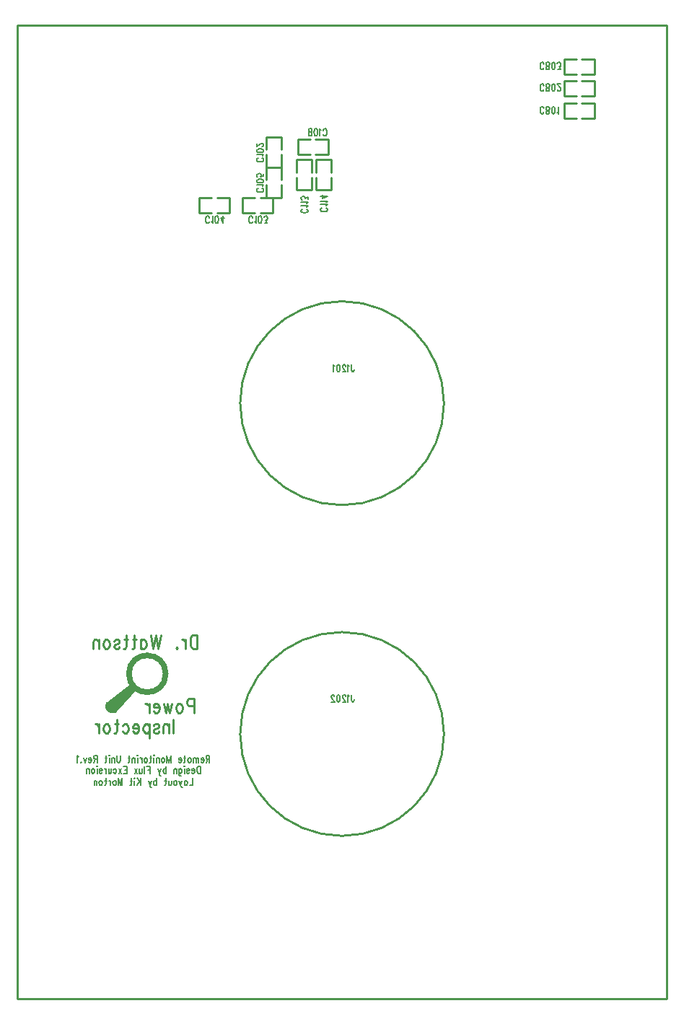
<source format=gbo>
*
*
G04 PADS 9.3.1 Build Number: 456998 generated Gerber (RS-274-X) file*
G04 PC Version=2.1*
*
%IN "remoteMonitor.pcb"*%
*
%MOIN*%
*
%FSLAX35Y35*%
*
*
*
*
G04 PC Standard Apertures*
*
*
G04 Thermal Relief Aperture macro.*
%AMTER*
1,1,$1,0,0*
1,0,$1-$2,0,0*
21,0,$3,$4,0,0,45*
21,0,$3,$4,0,0,135*
%
*
*
G04 Annular Aperture macro.*
%AMANN*
1,1,$1,0,0*
1,0,$2,0,0*
%
*
*
G04 Odd Aperture macro.*
%AMODD*
1,1,$1,0,0*
1,0,$1-0.005,0,0*
%
*
*
G04 PC Custom Aperture Macros*
*
*
*
*
*
*
G04 PC Aperture Table*
*
%ADD010C,0.001*%
%ADD019C,0.01*%
%ADD021C,0.025*%
%ADD022C,0.005*%
%ADD080C,0.03*%
*
*
*
*
G04 PC Circuitry*
G04 Layer Name remoteMonitor.pcb - circuitry*
%LPD*%
*
*
G04 PC Custom Flashes*
G04 Layer Name remoteMonitor.pcb - flashes*
%LPD*%
*
*
G04 PC Circuitry*
G04 Layer Name remoteMonitor.pcb - circuitry*
%LPD*%
*
G54D10*
G54D19*
G01X215000Y478200D02*
Y484000D01*
X222000*
Y478200*
X215000Y475800D02*
Y470000D01*
X222000*
Y475800*
X235300Y490000D02*
X229500D01*
Y497000*
X235300*
X237700Y490000D02*
X243500D01*
Y497000*
X237700*
X222000Y489800D02*
Y484000D01*
X215000*
Y489800*
X222000Y492200D02*
Y498000D01*
X215000*
Y492200*
X209800Y463000D02*
X204000D01*
Y470000*
X209800*
X212200Y463000D02*
X218000D01*
Y470000*
X212200*
X189800Y463000D02*
X184000D01*
Y470000*
X189800*
X192200Y463000D02*
X198000D01*
Y470000*
X192200*
X236000Y479300D02*
Y473500D01*
X229000*
Y479300*
X236000Y481700D02*
Y487500D01*
X229000*
Y481700*
X238000D02*
Y487500D01*
X245000*
Y481700*
X238000Y479300D02*
Y473500D01*
X245000*
Y479300*
X297074Y375000D02*
G75*
G03X297074I-47074J0D01*
G01Y222200D02*
G03X297074I-47074J0D01*
G01X360700Y513500D02*
X366500D01*
Y506500*
X360700*
X358300Y513500D02*
X352500D01*
Y506500*
X358300*
X360700Y524000D02*
X366500D01*
Y517000*
X360700*
X358300Y524000D02*
X352500D01*
Y517000*
X358300*
X360700Y534000D02*
X366500D01*
Y527000*
X360700*
X358300Y534000D02*
X352500D01*
Y527000*
X358300*
X100000Y100000D02*
X400000D01*
Y549500*
X100000*
Y100000*
X155000Y243500D02*
X145000Y232500D01*
X141500Y236499D02*
G03X145001Y232500I2286J-1530D01*
G01X141500Y236500D02*
X153500Y246000D01*
X154000Y243500D02*
X144750Y233209D01*
X142136Y236224D02*
G03X144748Y233208I1710J-1158D01*
G01X142135Y236222D02*
X153385Y245013D01*
X153720Y244251D02*
X144500Y234000D01*
X142808Y235994D02*
G03X144499Y234000I1113J-771D01*
G01X142807Y235993D02*
X153193Y245007D01*
X172000Y229063D02*
Y222500D01*
X169955Y226875D02*
Y222500D01*
Y225625D02*
X169273Y226563D01*
X169273D02*
X168818Y226875D01*
X168136*
X167682Y226563*
X167682D02*
X167455Y225625D01*
Y222500*
X162909Y225938D02*
X163136Y226563D01*
X163136D02*
X163818Y226875D01*
X164500*
X165182Y226563*
X165182D02*
X165409Y225938D01*
X165409D02*
X165182Y225313D01*
X165182D02*
X164727Y225000D01*
X163591Y224688*
X163591D02*
X163136Y224375D01*
X162909Y223750*
Y223438*
X162909D02*
X163136Y222813D01*
X163136D02*
X163818Y222500D01*
X164500*
X165182Y222813*
X165182D02*
X165409Y223438D01*
X160864Y226875D02*
Y220312D01*
Y225938D02*
X160409Y226563D01*
X160409D02*
X159955Y226875D01*
X159273*
X158818Y226563*
X158818D02*
X158364Y225938D01*
X158364D02*
X158136Y225000D01*
Y224375*
X158364Y223438*
X158364D02*
X158818Y222813D01*
X158818D02*
X159273Y222500D01*
X159955*
X160409Y222813*
X160409D02*
X160864Y223438D01*
X156091Y225000D02*
X153364D01*
Y225625*
X153591Y226250*
X153818Y226563*
X153818D02*
X154273Y226875D01*
X154955*
X155409Y226563*
X155409D02*
X155864Y225938D01*
X155864D02*
X156091Y225000D01*
Y224375*
X155864Y223438*
X155864D02*
X155409Y222813D01*
X155409D02*
X154955Y222500D01*
X154273*
X153818Y222813*
X153818D02*
X153364Y223438D01*
X148591Y225938D02*
X149045Y226563D01*
X149045D02*
X149500Y226875D01*
X150182*
X150636Y226563*
X150636D02*
X151091Y225938D01*
X151091D02*
X151318Y225000D01*
Y224375*
X151091Y223438*
X151091D02*
X150636Y222813D01*
X150636D02*
X150182Y222500D01*
X149500*
X149045Y222813*
X149045D02*
X148591Y223438D01*
X145864Y229063D02*
Y223750D01*
X145636Y222813*
X145636D02*
X145182Y222500D01*
X144727*
X146545Y226875D02*
X144955D01*
X141545D02*
X142000Y226563D01*
X142000D02*
X142455Y225938D01*
X142455D02*
X142682Y225000D01*
Y224375*
X142455Y223438*
X142455D02*
X142000Y222813D01*
X142000D02*
X141545Y222500D01*
X140864*
X140409Y222813*
X140409D02*
X139955Y223438D01*
X139955D02*
X139727Y224375D01*
Y225000*
X139955Y225938*
X139955D02*
X140409Y226563D01*
X140409D02*
X140864Y226875D01*
X141545*
X137682D02*
Y222500D01*
Y225000D02*
X137455Y225938D01*
X137455D02*
X137000Y226563D01*
X137000D02*
X136545Y226875D01*
X135864*
X181500Y238563D02*
Y232000D01*
Y238563D02*
X179455D01*
X179455D02*
X178773Y238250D01*
X178545Y237938*
X178545D02*
X178318Y237313D01*
X178318D02*
Y236375D01*
X178545Y235750*
X178773Y235438*
X178773D02*
X179455Y235125D01*
X181500*
X175136Y236375D02*
X175591Y236063D01*
X175591D02*
X176045Y235438D01*
X176045D02*
X176273Y234500D01*
Y233875*
X176045Y232938*
X176045D02*
X175591Y232313D01*
X175591D02*
X175136Y232000D01*
X174455*
X174000Y232313*
X174000D02*
X173545Y232938D01*
X173545D02*
X173318Y233875D01*
Y234500*
X173545Y235438*
X173545D02*
X174000Y236063D01*
X174000D02*
X174455Y236375D01*
X175136*
X171273D02*
X170364Y232000D01*
X169455Y236375D02*
X170364Y232000D01*
X169455Y236375D02*
X168545Y232000D01*
X167636Y236375D02*
X168545Y232000D01*
X165591Y234500D02*
X162864D01*
Y235125*
X163091Y235750*
X163318Y236063*
X163318D02*
X163773Y236375D01*
X164455*
X164909Y236063*
X164909D02*
X165364Y235438D01*
X165364D02*
X165591Y234500D01*
Y233875*
X165364Y232938*
X165364D02*
X164909Y232313D01*
X164909D02*
X164455Y232000D01*
X163773*
X163318Y232313*
X163318D02*
X162864Y232938D01*
X160818Y236375D02*
Y232000D01*
Y234500D02*
X160591Y235438D01*
X160591D02*
X160136Y236063D01*
X160136D02*
X159682Y236375D01*
X159000*
X183000Y268063D02*
Y261500D01*
Y268063D02*
X181409D01*
X181409D02*
X180727Y267750D01*
X180273Y267125*
X180045Y266500*
X179818Y265563*
X179818D02*
Y264000D01*
X180045Y263063*
X180045D02*
X180273Y262438D01*
X180273D02*
X180727Y261813D01*
X180727D02*
X181409Y261500D01*
X183000*
X177773Y265875D02*
Y261500D01*
Y264000D02*
X177545Y264938D01*
X177545D02*
X177091Y265563D01*
X177091D02*
X176636Y265875D01*
X175955*
X173682Y262125D02*
X173909Y261813D01*
X173909D02*
X173682Y261500D01*
X173455Y261813*
X173455D02*
X173682Y262125D01*
X166182Y268063D02*
X165045Y261500D01*
X163909Y268063D02*
X165045Y261500D01*
X163909Y268063D02*
X162773Y261500D01*
X161636Y268063D02*
X162773Y261500D01*
X156864Y265875D02*
Y261500D01*
Y264938D02*
X157318Y265563D01*
X157318D02*
X157773Y265875D01*
X158455*
X158909Y265563*
X158909D02*
X159364Y264938D01*
X159364D02*
X159591Y264000D01*
Y263375*
X159364Y262438*
X159364D02*
X158909Y261813D01*
X158909D02*
X158455Y261500D01*
X157773*
X157318Y261813*
X157318D02*
X156864Y262438D01*
X154136Y268063D02*
Y262750D01*
X153909Y261813*
X153909D02*
X153455Y261500D01*
X153000*
X154818Y265875D02*
X153227D01*
X150273Y268063D02*
Y262750D01*
X150045Y261813*
X150045D02*
X149591Y261500D01*
X149136*
X150955Y265875D02*
X149364D01*
X144591Y264938D02*
X144818Y265563D01*
X144818D02*
X145500Y265875D01*
X146182*
X146864Y265563*
X146864D02*
X147091Y264938D01*
X147091D02*
X146864Y264313D01*
X146864D02*
X146409Y264000D01*
X145273Y263688*
X145273D02*
X144818Y263375D01*
X144591Y262750*
Y262438*
X144591D02*
X144818Y261813D01*
X144818D02*
X145500Y261500D01*
X146182*
X146864Y261813*
X146864D02*
X147091Y262438D01*
X141409Y265875D02*
X141864Y265563D01*
X141864D02*
X142318Y264938D01*
X142318D02*
X142545Y264000D01*
Y263375*
X142318Y262438*
X142318D02*
X141864Y261813D01*
X141864D02*
X141409Y261500D01*
X140727*
X140273Y261813*
X140273D02*
X139818Y262438D01*
X139818D02*
X139591Y263375D01*
Y264000*
X139818Y264938*
X139818D02*
X140273Y265563D01*
X140273D02*
X140727Y265875D01*
X141409*
X137545D02*
Y261500D01*
Y264625D02*
X136864Y265563D01*
X136864D02*
X136409Y265875D01*
X135727*
X135273Y265563*
X135273D02*
X135045Y264625D01*
Y261500*
G54D21*
X168500Y250000D02*
G03X168500I-8500J0D01*
G54D22*
G01X213000Y474205D02*
X213313Y474091D01*
X213313D02*
X213625Y473864D01*
X213781Y473636*
Y473182*
X213625Y472955*
X213313Y472727*
X213313D02*
X213000Y472614D01*
X212531Y472500*
X211750*
X211281Y472614*
X210969Y472727*
X210656Y472955*
X210500Y473182*
Y473636*
X210656Y473864*
X210969Y474091*
X211281Y474205*
X213156Y475227D02*
X213313Y475455D01*
X213313D02*
X213781Y475795D01*
X210500*
X213781Y477500D02*
X213625Y477159D01*
X213156Y476932*
X212375Y476818*
X211906*
X211125Y476932*
X210656Y477159*
X210500Y477500*
Y477727*
X210656Y478068*
X211125Y478295*
X211906Y478409*
X212375*
X213156Y478295*
X213625Y478068*
X213781Y477727*
Y477500*
Y480909D02*
Y479773D01*
X212375Y479659*
X212531Y479773*
X212688Y480114*
X212688D02*
Y480455D01*
X212688D02*
X212531Y480795D01*
X212219Y481023*
X211750Y481136*
X211438Y481023*
X211438D02*
X210969Y480909D01*
X210656Y480682*
X210500Y480341*
Y480000*
X210656Y479659*
X210813Y479545*
X210813D02*
X211125Y479432D01*
X241295Y501000D02*
X241409Y501312D01*
X241409D02*
X241636Y501625D01*
X241864Y501781*
X242318*
X242545Y501625*
X242773Y501312*
X242773D02*
X242886Y501000D01*
X243000Y500531*
Y499750*
X242886Y499281*
X242773Y498969*
X242545Y498656*
X242318Y498500*
X241864*
X241636Y498656*
X241409Y498969*
X241295Y499281*
X240273Y501156D02*
X240045Y501312D01*
X240045D02*
X239705Y501781D01*
Y498500*
X238000Y501781D02*
X238341Y501625D01*
X238568Y501156*
X238682Y500375*
Y499906*
X238568Y499125*
X238341Y498656*
X238000Y498500*
X237773*
X237432Y498656*
X237205Y499125*
X237091Y499906*
Y500375*
X237205Y501156*
X237432Y501625*
X237773Y501781*
X238000*
X235500D02*
X235841Y501625D01*
X235955Y501312*
X235955D02*
Y501000D01*
X235841Y500687*
X235841D02*
X235614Y500531D01*
X235159Y500375*
X234818Y500219*
X234591Y499906*
X234477Y499594*
Y499125*
X234591Y498812*
X234591D02*
X234705Y498656D01*
X235045Y498500*
X235500*
X235841Y498656*
X235955Y498812*
X235955D02*
X236068Y499125D01*
Y499594*
X235955Y499906*
X235727Y500219*
X235386Y500375*
X234932Y500531*
X234705Y500687*
X234705D02*
X234591Y501000D01*
Y501312*
X234591D02*
X234705Y501625D01*
X235045Y501781*
X235500*
X213000Y488205D02*
X213313Y488091D01*
X213313D02*
X213625Y487864D01*
X213781Y487636*
Y487182*
X213625Y486955*
X213313Y486727*
X213313D02*
X213000Y486614D01*
X212531Y486500*
X211750*
X211281Y486614*
X210969Y486727*
X210656Y486955*
X210500Y487182*
Y487636*
X210656Y487864*
X210969Y488091*
X211281Y488205*
X213156Y489227D02*
X213313Y489455D01*
X213313D02*
X213781Y489795D01*
X210500*
X213781Y491500D02*
X213625Y491159D01*
X213156Y490932*
X212375Y490818*
X211906*
X211125Y490932*
X210656Y491159*
X210500Y491500*
Y491727*
X210656Y492068*
X211125Y492295*
X211906Y492409*
X212375*
X213156Y492295*
X213625Y492068*
X213781Y491727*
Y491500*
X213000Y493545D02*
X213156D01*
X213469Y493659*
X213625Y493773*
X213781Y494000*
Y494455*
X213625Y494682*
X213469Y494795*
X213156Y494909*
X212844*
X212531Y494795*
X212063Y494568*
X212063D02*
X210500Y493432D01*
Y495023*
X208705Y459000D02*
X208591Y458688D01*
X208591D02*
X208364Y458375D01*
X208136Y458219*
X207682*
X207455Y458375*
X207227Y458688*
X207227D02*
X207114Y459000D01*
X207000Y459469*
Y460250*
X207114Y460719*
X207227Y461031*
X207455Y461344*
X207682Y461500*
X208136*
X208364Y461344*
X208591Y461031*
X208705Y460719*
X209727Y458844D02*
X209955Y458688D01*
X209955D02*
X210295Y458219D01*
Y461500*
X212000Y458219D02*
X211659Y458375D01*
X211432Y458844*
X211318Y459625*
Y460094*
X211432Y460875*
X211659Y461344*
X212000Y461500*
X212227*
X212568Y461344*
X212795Y460875*
X212909Y460094*
Y459625*
X212795Y458844*
X212568Y458375*
X212227Y458219*
X212000*
X214159D02*
X215409D01*
X214727Y459469*
X215068*
X215295Y459625*
X215409Y459781*
X215523Y460250*
Y460563*
X215523D02*
X215409Y461031D01*
X215182Y461344*
X214841Y461500*
X214500*
X214159Y461344*
X214045Y461188*
X214045D02*
X213932Y460875D01*
X188705Y459000D02*
X188591Y458688D01*
X188591D02*
X188364Y458375D01*
X188136Y458219*
X187682*
X187455Y458375*
X187227Y458688*
X187227D02*
X187114Y459000D01*
X187000Y459469*
Y460250*
X187114Y460719*
X187227Y461031*
X187455Y461344*
X187682Y461500*
X188136*
X188364Y461344*
X188591Y461031*
X188705Y460719*
X189727Y458844D02*
X189955Y458688D01*
X189955D02*
X190295Y458219D01*
Y461500*
X192000Y458219D02*
X191659Y458375D01*
X191432Y458844*
X191318Y459625*
Y460094*
X191432Y460875*
X191659Y461344*
X192000Y461500*
X192227*
X192568Y461344*
X192795Y460875*
X192909Y460094*
Y459625*
X192795Y458844*
X192568Y458375*
X192227Y458219*
X192000*
X195068D02*
X193932Y460406D01*
X195636*
X195068Y458219D02*
Y461500D01*
X233500Y464705D02*
X233813Y464591D01*
X233813D02*
X234125Y464364D01*
X234281Y464136*
Y463682*
X234125Y463455*
X233813Y463227*
X233813D02*
X233500Y463114D01*
X233031Y463000*
X232250*
X231781Y463114*
X231469Y463227*
X231156Y463455*
X231000Y463682*
Y464136*
X231156Y464364*
X231469Y464591*
X231781Y464705*
X233656Y465727D02*
X233813Y465955D01*
X233813D02*
X234281Y466295D01*
X231000*
X233656Y467318D02*
X233813Y467545D01*
X233813D02*
X234281Y467886D01*
X231000*
X234281Y469136D02*
Y470386D01*
X233031Y469705*
Y470045*
X232875Y470273*
X232719Y470386*
X232250Y470500*
X231938*
X231938D02*
X231469Y470386D01*
X231156Y470159*
X231000Y469818*
Y469477*
X231156Y469136*
X231313Y469023*
X231313D02*
X231625Y468909D01*
X242500Y465205D02*
X242813Y465091D01*
X242813D02*
X243125Y464864D01*
X243281Y464636*
Y464182*
X243125Y463955*
X242813Y463727*
X242813D02*
X242500Y463614D01*
X242031Y463500*
X241250*
X240781Y463614*
X240469Y463727*
X240156Y463955*
X240000Y464182*
Y464636*
X240156Y464864*
X240469Y465091*
X240781Y465205*
X242656Y466227D02*
X242813Y466455D01*
X242813D02*
X243281Y466795D01*
X240000*
X242656Y467818D02*
X242813Y468045D01*
X242813D02*
X243281Y468386D01*
X240000*
X243281Y470545D02*
X241094Y469409D01*
Y471114*
X243281Y470545D02*
X240000D01*
X254364Y392781D02*
Y390281D01*
X254477Y389813*
X254477D02*
X254591Y389656D01*
X254818Y389500*
X255045*
X255273Y389656*
X255386Y389813*
X255386D02*
X255500Y390281D01*
Y390594*
X253341Y392156D02*
X253114Y392313D01*
X253114D02*
X252773Y392781D01*
Y389500*
X251636Y392000D02*
Y392156D01*
X251523Y392469*
X251409Y392625*
X251182Y392781*
X250727*
X250500Y392625*
X250386Y392469*
X250273Y392156*
Y391844*
X250386Y391531*
X250614Y391063*
X250614D02*
X251750Y389500D01*
X250159*
X248455Y392781D02*
X248795Y392625D01*
X249023Y392156*
X249136Y391375*
Y390906*
X249023Y390125*
X248795Y389656*
X248455Y389500*
X248227*
X247886Y389656*
X247659Y390125*
X247545Y390906*
Y391375*
X247659Y392156*
X247886Y392625*
X248227Y392781*
X248455*
X246523Y392156D02*
X246295Y392313D01*
X246295D02*
X245955Y392781D01*
Y389500*
X254364Y240281D02*
Y237781D01*
X254477Y237313*
X254477D02*
X254591Y237156D01*
X254818Y237000*
X255045*
X255273Y237156*
X255386Y237313*
X255386D02*
X255500Y237781D01*
Y238094*
X253341Y239656D02*
X253114Y239813D01*
X253114D02*
X252773Y240281D01*
Y237000*
X251636Y239500D02*
Y239656D01*
X251523Y239969*
X251409Y240125*
X251182Y240281*
X250727*
X250500Y240125*
X250386Y239969*
X250273Y239656*
Y239344*
X250386Y239031*
X250614Y238563*
X250614D02*
X251750Y237000D01*
X250159*
X248455Y240281D02*
X248795Y240125D01*
X249023Y239656*
X249136Y238875*
Y238406*
X249023Y237625*
X248795Y237156*
X248455Y237000*
X248227*
X247886Y237156*
X247659Y237625*
X247545Y238406*
Y238875*
X247659Y239656*
X247886Y240125*
X248227Y240281*
X248455*
X246409Y239500D02*
Y239656D01*
X246295Y239969*
X246182Y240125*
X245955Y240281*
X245500*
X245273Y240125*
X245159Y239969*
X245045Y239656*
Y239344*
X245159Y239031*
X245386Y238563*
X245386D02*
X246523Y237000D01*
X244932*
X343205Y509500D02*
X343091Y509187D01*
X343091D02*
X342864Y508875D01*
X342636Y508719*
X342182*
X341955Y508875*
X341727Y509187*
X341727D02*
X341614Y509500D01*
X341500Y509969*
Y510750*
X341614Y511219*
X341727Y511531*
X341955Y511844*
X342182Y512000*
X342636*
X342864Y511844*
X343091Y511531*
X343205Y511219*
X344795Y508719D02*
X344455Y508875D01*
X344341Y509187*
X344341D02*
Y509500D01*
X344455Y509812*
X344455D02*
X344682Y509969D01*
X345136Y510125*
X345477Y510281*
X345705Y510594*
X345818Y510906*
Y511375*
X345705Y511687*
X345705D02*
X345591Y511844D01*
X345250Y512000*
X344795*
X344455Y511844*
X344341Y511687*
X344341D02*
X344227Y511375D01*
Y510906*
X344341Y510594*
X344568Y510281*
X344909Y510125*
X345364Y509969*
X345591Y509812*
X345591D02*
X345705Y509500D01*
Y509187*
X345705D02*
X345591Y508875D01*
X345250Y508719*
X344795*
X347523D02*
X347182Y508875D01*
X346955Y509344*
X346841Y510125*
Y510594*
X346955Y511375*
X347182Y511844*
X347523Y512000*
X347750*
X348091Y511844*
X348318Y511375*
X348432Y510594*
Y510125*
X348318Y509344*
X348091Y508875*
X347750Y508719*
X347523*
X349455Y509344D02*
X349682Y509187D01*
X349682D02*
X350023Y508719D01*
Y512000*
X343205Y520000D02*
X343091Y519687D01*
X343091D02*
X342864Y519375D01*
X342636Y519219*
X342182*
X341955Y519375*
X341727Y519687*
X341727D02*
X341614Y520000D01*
X341500Y520469*
Y521250*
X341614Y521719*
X341727Y522031*
X341955Y522344*
X342182Y522500*
X342636*
X342864Y522344*
X343091Y522031*
X343205Y521719*
X344795Y519219D02*
X344455Y519375D01*
X344341Y519687*
X344341D02*
Y520000D01*
X344455Y520312*
X344455D02*
X344682Y520469D01*
X345136Y520625*
X345477Y520781*
X345705Y521094*
X345818Y521406*
Y521875*
X345705Y522187*
X345705D02*
X345591Y522344D01*
X345250Y522500*
X344795*
X344455Y522344*
X344341Y522187*
X344341D02*
X344227Y521875D01*
Y521406*
X344341Y521094*
X344568Y520781*
X344909Y520625*
X345364Y520469*
X345591Y520312*
X345591D02*
X345705Y520000D01*
Y519687*
X345705D02*
X345591Y519375D01*
X345250Y519219*
X344795*
X347523D02*
X347182Y519375D01*
X346955Y519844*
X346841Y520625*
Y521094*
X346955Y521875*
X347182Y522344*
X347523Y522500*
X347750*
X348091Y522344*
X348318Y521875*
X348432Y521094*
Y520625*
X348318Y519844*
X348091Y519375*
X347750Y519219*
X347523*
X349568Y520000D02*
Y519844D01*
X349682Y519531*
X349795Y519375*
X350023Y519219*
X350477*
X350705Y519375*
X350818Y519531*
X350932Y519844*
Y520156*
X350818Y520469*
X350591Y520937*
X350591D02*
X349455Y522500D01*
X351045*
X343205Y530000D02*
X343091Y529687D01*
X343091D02*
X342864Y529375D01*
X342636Y529219*
X342182*
X341955Y529375*
X341727Y529687*
X341727D02*
X341614Y530000D01*
X341500Y530469*
Y531250*
X341614Y531719*
X341727Y532031*
X341955Y532344*
X342182Y532500*
X342636*
X342864Y532344*
X343091Y532031*
X343205Y531719*
X344795Y529219D02*
X344455Y529375D01*
X344341Y529687*
X344341D02*
Y530000D01*
X344455Y530312*
X344455D02*
X344682Y530469D01*
X345136Y530625*
X345477Y530781*
X345705Y531094*
X345818Y531406*
Y531875*
X345705Y532187*
X345705D02*
X345591Y532344D01*
X345250Y532500*
X344795*
X344455Y532344*
X344341Y532187*
X344341D02*
X344227Y531875D01*
Y531406*
X344341Y531094*
X344568Y530781*
X344909Y530625*
X345364Y530469*
X345591Y530312*
X345591D02*
X345705Y530000D01*
Y529687*
X345705D02*
X345591Y529375D01*
X345250Y529219*
X344795*
X347523D02*
X347182Y529375D01*
X346955Y529844*
X346841Y530625*
Y531094*
X346955Y531875*
X347182Y532344*
X347523Y532500*
X347750*
X348091Y532344*
X348318Y531875*
X348432Y531094*
Y530625*
X348318Y529844*
X348091Y529375*
X347750Y529219*
X347523*
X349682D02*
X350932D01*
X350250Y530469*
X350591*
X350818Y530625*
X350932Y530781*
X351045Y531250*
Y531562*
X351045D02*
X350932Y532031D01*
X350705Y532344*
X350364Y532500*
X350023*
X349682Y532344*
X349568Y532187*
X349568D02*
X349455Y531875D01*
X184534Y207281D02*
Y204000D01*
Y207281D02*
X183739D01*
X183398Y207125*
X183170Y206813*
X183170D02*
X183057Y206500D01*
X182943Y206031*
Y205250*
X183057Y204781*
X183170Y204469*
X183398Y204156*
X183739Y204000*
X184534*
X181920Y205250D02*
X180557D01*
Y205563*
X180557D02*
X180670Y205875D01*
X180784Y206031*
X181011Y206188*
X181011D02*
X181352D01*
X181352D02*
X181580Y206031D01*
X181807Y205719*
X181920Y205250*
Y204938*
X181920D02*
X181807Y204469D01*
X181580Y204156*
X181352Y204000*
X181011*
X180784Y204156*
X180557Y204469*
X178284Y205719D02*
X178398Y206031D01*
X178739Y206188*
X178739D02*
X179080D01*
X179080D02*
X179420Y206031D01*
X179534Y205719*
X179420Y205406*
X179193Y205250*
X178625Y205094*
X178398Y204938*
X178398D02*
X178284Y204625D01*
Y204469*
X178398Y204156*
X178739Y204000*
X179080*
X179420Y204156*
X179534Y204469*
X177261Y207281D02*
X177148Y207125D01*
X177034Y207281*
X177148Y207438*
X177148D02*
X177261Y207281D01*
X177148Y206188D02*
Y204000D01*
X174648Y206188D02*
Y203687D01*
X174648D02*
X174761Y203219D01*
X174875Y203062*
X174875D02*
X175102Y202906D01*
X175443*
X175670Y203062*
X174648Y205719D02*
X174875Y206031D01*
X175102Y206188*
X175102D02*
X175443D01*
X175443D02*
X175670Y206031D01*
X175898Y205719*
X176011Y205250*
Y204938*
X176011D02*
X175898Y204469D01*
X175670Y204156*
X175443Y204000*
X175102*
X174875Y204156*
X174648Y204469*
X173625Y206188D02*
Y204000D01*
Y205563D02*
X173284Y206031D01*
X173057Y206188*
X173057D02*
X172716D01*
X172716D02*
X172489Y206031D01*
X172375Y205563*
X172375D02*
Y204000D01*
X168739Y207281D02*
Y204000D01*
Y205719D02*
X168511Y206031D01*
X168284Y206188*
X168284D02*
X167943D01*
X167943D02*
X167716Y206031D01*
X167489Y205719*
X167375Y205250*
Y204938*
X167375D02*
X167489Y204469D01*
X167716Y204156*
X167943Y204000*
X168284*
X168511Y204156*
X168739Y204469*
X166239Y206188D02*
X165557Y204000D01*
X164875Y206188D02*
X165557Y204000D01*
X165784Y203375*
X166011Y203062*
X166011D02*
X166239Y202906D01*
X166352*
X161239Y207281D02*
Y204000D01*
Y207281D02*
X159761D01*
X161239Y205719D02*
X160330D01*
X158739Y207281D02*
Y204000D01*
X157716Y206188D02*
Y204625D01*
X157602Y204156*
X157375Y204000*
X157034*
X156807Y204156*
X156466Y204625*
Y206188D02*
Y204000D01*
X155443Y206188D02*
X154193Y204000D01*
Y206188D02*
X155443Y204000D01*
X150557Y207281D02*
Y204000D01*
Y207281D02*
X149080D01*
X150557Y205719D02*
X149648D01*
X150557Y204000D02*
X149080D01*
X148057Y206188D02*
X146807Y204000D01*
Y206188D02*
X148057Y204000D01*
X144420Y205719D02*
X144648Y206031D01*
X144875Y206188*
X144875D02*
X145216D01*
X145216D02*
X145443Y206031D01*
X145670Y205719*
X145784Y205250*
Y204938*
X145784D02*
X145670Y204469D01*
X145443Y204156*
X145216Y204000*
X144875*
X144648Y204156*
X144420Y204469*
X143398Y206188D02*
Y204625D01*
X143284Y204156*
X143057Y204000*
X142716*
X142489Y204156*
X142148Y204625*
Y206188D02*
Y204000D01*
X141125Y206188D02*
Y204000D01*
Y205250D02*
X141011Y205719D01*
X140784Y206031*
X140557Y206188*
X140557D02*
X140216D01*
X137943Y205719D02*
X138057Y206031D01*
X138398Y206188*
X138398D02*
X138739D01*
X138739D02*
X139080Y206031D01*
X139193Y205719*
X139080Y205406*
X138852Y205250*
X138284Y205094*
X138057Y204938*
X138057D02*
X137943Y204625D01*
Y204469*
X138057Y204156*
X138398Y204000*
X138739*
X139080Y204156*
X139193Y204469*
X136920Y207281D02*
X136807Y207125D01*
X136693Y207281*
X136807Y207438*
X136807D02*
X136920Y207281D01*
X136807Y206188D02*
Y204000D01*
X135102Y206188D02*
X135330Y206031D01*
X135557Y205719*
X135670Y205250*
Y204938*
X135670D02*
X135557Y204469D01*
X135330Y204156*
X135102Y204000*
X134761*
X134534Y204156*
X134307Y204469*
X134193Y204938*
X134193D02*
Y205250D01*
X134307Y205719*
X134534Y206031*
X134761Y206188*
X134761D02*
X135102D01*
X133170D02*
Y204000D01*
Y205563D02*
X132830Y206031D01*
X132602Y206188*
X132602D02*
X132261D01*
X132261D02*
X132034Y206031D01*
X131920Y205563*
X131920D02*
Y204000D01*
X180955Y201781D02*
Y198500D01*
X179591*
X177205Y200688D02*
Y198500D01*
Y200219D02*
X177432Y200531D01*
X177659Y200688*
X177659D02*
X178000D01*
X178000D02*
X178227Y200531D01*
X178455Y200219*
X178568Y199750*
Y199438*
X178568D02*
X178455Y198969D01*
X178227Y198656*
X178000Y198500*
X177659*
X177432Y198656*
X177205Y198969*
X176068Y200688D02*
X175386Y198500D01*
X174705Y200688D02*
X175386Y198500D01*
X175614Y197875*
X175841Y197562*
X175841D02*
X176068Y197406D01*
X176182*
X173114Y200688D02*
X173341Y200531D01*
X173568Y200219*
X173682Y199750*
Y199438*
X173682D02*
X173568Y198969D01*
X173341Y198656*
X173114Y198500*
X172773*
X172545Y198656*
X172318Y198969*
X172205Y199438*
X172205D02*
Y199750D01*
X172318Y200219*
X172545Y200531*
X172773Y200688*
X172773D02*
X173114D01*
X171182D02*
Y199125D01*
X171068Y198656*
X170841Y198500*
X170500*
X170273Y198656*
X169932Y199125*
Y200688D02*
Y198500D01*
X168568Y201781D02*
Y199125D01*
X168455Y198656*
X168227Y198500*
X168000*
X168909Y200688D02*
X168114D01*
X164364Y201781D02*
Y198500D01*
Y200219D02*
X164136Y200531D01*
X163909Y200688*
X163909D02*
X163568D01*
X163568D02*
X163341Y200531D01*
X163114Y200219*
X163000Y199750*
Y199438*
X163000D02*
X163114Y198969D01*
X163341Y198656*
X163568Y198500*
X163909*
X164136Y198656*
X164364Y198969*
X161864Y200688D02*
X161182Y198500D01*
X160500Y200688D02*
X161182Y198500D01*
X161409Y197875*
X161636Y197562*
X161636D02*
X161864Y197406D01*
X161977*
X156864Y201781D02*
Y198500D01*
X155273Y201781D02*
X156864Y199594D01*
X156295Y200375D02*
X155273Y198500D01*
X154250Y201781D02*
X154136Y201625D01*
X154023Y201781*
X154136Y201938*
X154136D02*
X154250Y201781D01*
X154136Y200688D02*
Y198500D01*
X152659Y201781D02*
Y199125D01*
X152545Y198656*
X152318Y198500*
X152091*
X153000Y200688D02*
X152205D01*
X148455Y201781D02*
Y198500D01*
Y201781D02*
X147545Y198500D01*
X146636Y201781D02*
X147545Y198500D01*
X146636Y201781D02*
Y198500D01*
X145045Y200688D02*
X145273Y200531D01*
X145500Y200219*
X145614Y199750*
Y199438*
X145614D02*
X145500Y198969D01*
X145273Y198656*
X145045Y198500*
X144705*
X144477Y198656*
X144250Y198969*
X144136Y199438*
X144136D02*
Y199750D01*
X144250Y200219*
X144477Y200531*
X144705Y200688*
X144705D02*
X145045D01*
X143114D02*
Y198500D01*
Y199750D02*
X143000Y200219D01*
X142773Y200531*
X142545Y200688*
X142545D02*
X142205D01*
X140841Y201781D02*
Y199125D01*
X140727Y198656*
X140500Y198500*
X140273*
X141182Y200688D02*
X140386D01*
X138682D02*
X138909Y200531D01*
X139136Y200219*
X139250Y199750*
Y199438*
X139250D02*
X139136Y198969D01*
X138909Y198656*
X138682Y198500*
X138341*
X138114Y198656*
X137886Y198969*
X137773Y199438*
X137773D02*
Y199750D01*
X137886Y200219*
X138114Y200531*
X138341Y200688*
X138341D02*
X138682D01*
X136750D02*
Y198500D01*
Y200063D02*
X136409Y200531D01*
X136182Y200688*
X136182D02*
X135841D01*
X135841D02*
X135614Y200531D01*
X135500Y200063*
X135500D02*
Y198500D01*
X188795Y212281D02*
Y209000D01*
Y212281D02*
X187773D01*
X187432Y212125*
X187318Y211969*
X187205Y211656*
Y211344*
X187318Y211031*
X187432Y210875*
X187773Y210719*
X188795*
X188000D02*
X187205Y209000D01*
X186182Y210250D02*
X184818D01*
Y210563*
X184818D02*
X184932Y210875D01*
X185045Y211031*
X185273Y211188*
X185273D02*
X185614D01*
X185614D02*
X185841Y211031D01*
X186068Y210719*
X186182Y210250*
Y209938*
X186182D02*
X186068Y209469D01*
X185841Y209156*
X185614Y209000*
X185273*
X185045Y209156*
X184818Y209469*
X183795Y211188D02*
Y209000D01*
Y210563D02*
X183455Y211031D01*
X183227Y211188*
X183227D02*
X182886D01*
X182886D02*
X182659Y211031D01*
X182545Y210563*
X182545D02*
Y209000D01*
Y210563D02*
X182205Y211031D01*
X181977Y211188*
X181977D02*
X181636D01*
X181636D02*
X181409Y211031D01*
X181295Y210563*
X181295D02*
Y209000D01*
X179705Y211188D02*
X179932Y211031D01*
X180159Y210719*
X180273Y210250*
Y209938*
X180273D02*
X180159Y209469D01*
X179932Y209156*
X179705Y209000*
X179364*
X179136Y209156*
X178909Y209469*
X178795Y209938*
X178795D02*
Y210250D01*
X178909Y210719*
X179136Y211031*
X179364Y211188*
X179364D02*
X179705D01*
X177432Y212281D02*
Y209625D01*
X177318Y209156*
X177091Y209000*
X176864*
X177773Y211188D02*
X176977D01*
X175841Y210250D02*
X174477D01*
Y210563*
X174477D02*
X174591Y210875D01*
X174705Y211031*
X174932Y211188*
X174932D02*
X175273D01*
X175273D02*
X175500Y211031D01*
X175727Y210719*
X175841Y210250*
Y209938*
X175841D02*
X175727Y209469D01*
X175500Y209156*
X175273Y209000*
X174932*
X174705Y209156*
X174477Y209469*
X170841Y212281D02*
Y209000D01*
Y212281D02*
X169932Y209000D01*
X169023Y212281D02*
X169932Y209000D01*
X169023Y212281D02*
Y209000D01*
X167432Y211188D02*
X167659Y211031D01*
X167886Y210719*
X168000Y210250*
Y209938*
X168000D02*
X167886Y209469D01*
X167659Y209156*
X167432Y209000*
X167091*
X166864Y209156*
X166636Y209469*
X166523Y209938*
X166523D02*
Y210250D01*
X166636Y210719*
X166864Y211031*
X167091Y211188*
X167091D02*
X167432D01*
X165500D02*
Y209000D01*
Y210563D02*
X165159Y211031D01*
X164932Y211188*
X164932D02*
X164591D01*
X164591D02*
X164364Y211031D01*
X164250Y210563*
X164250D02*
Y209000D01*
X163227Y212281D02*
X163114Y212125D01*
X163000Y212281*
X163114Y212438*
X163114D02*
X163227Y212281D01*
X163114Y211188D02*
Y209000D01*
X161636Y212281D02*
Y209625D01*
X161523Y209156*
X161295Y209000*
X161068*
X161977Y211188D02*
X161182D01*
X159477D02*
X159705Y211031D01*
X159932Y210719*
X160045Y210250*
Y209938*
X160045D02*
X159932Y209469D01*
X159705Y209156*
X159477Y209000*
X159136*
X158909Y209156*
X158682Y209469*
X158568Y209938*
X158568D02*
Y210250D01*
X158682Y210719*
X158909Y211031*
X159136Y211188*
X159136D02*
X159477D01*
X157545D02*
Y209000D01*
Y210250D02*
X157432Y210719D01*
X157205Y211031*
X156977Y211188*
X156977D02*
X156636D01*
X155614Y212281D02*
X155500Y212125D01*
X155386Y212281*
X155500Y212438*
X155500D02*
X155614Y212281D01*
X155500Y211188D02*
Y209000D01*
X154364Y211188D02*
Y209000D01*
Y210563D02*
X154023Y211031D01*
X153795Y211188*
X153795D02*
X153455D01*
X153455D02*
X153227Y211031D01*
X153114Y210563*
X153114D02*
Y209000D01*
X151750Y212281D02*
Y209625D01*
X151636Y209156*
X151409Y209000*
X151182*
X152091Y211188D02*
X151295D01*
X147545Y212281D02*
Y209938D01*
X147545D02*
X147432Y209469D01*
X147205Y209156*
X146864Y209000*
X146636*
X146295Y209156*
X146068Y209469*
X145955Y209938*
X145955D02*
Y212281D01*
X144932Y211188D02*
Y209000D01*
Y210563D02*
X144591Y211031D01*
X144364Y211188*
X144364D02*
X144023D01*
X144023D02*
X143795Y211031D01*
X143682Y210563*
X143682D02*
Y209000D01*
X142659Y212281D02*
X142545Y212125D01*
X142432Y212281*
X142545Y212438*
X142545D02*
X142659Y212281D01*
X142545Y211188D02*
Y209000D01*
X141068Y212281D02*
Y209625D01*
X140955Y209156*
X140727Y209000*
X140500*
X141409Y211188D02*
X140614D01*
X136864Y212281D02*
Y209000D01*
Y212281D02*
X135841D01*
X135500Y212125*
X135386Y211969*
X135273Y211656*
Y211344*
X135386Y211031*
X135500Y210875*
X135841Y210719*
X136864*
X136068D02*
X135273Y209000D01*
X134250Y210250D02*
X132886D01*
Y210563*
X132886D02*
X133000Y210875D01*
X133114Y211031*
X133341Y211188*
X133341D02*
X133682D01*
X133682D02*
X133909Y211031D01*
X134136Y210719*
X134250Y210250*
Y209938*
X134250D02*
X134136Y209469D01*
X133909Y209156*
X133682Y209000*
X133341*
X133114Y209156*
X132886Y209469*
X131864Y211188D02*
X131182Y209000D01*
X130500Y211188D02*
X131182Y209000D01*
X129364Y209313D02*
X129477Y209156D01*
X129364Y209000*
X129250Y209156*
X129364Y209313*
X128227Y211656D02*
X128000Y211813D01*
X128000D02*
X127659Y212281D01*
Y209000*
G54D80*
X153000Y244000D02*
X143000Y234500D01*
G74*
X0Y0D02*
M02*

</source>
